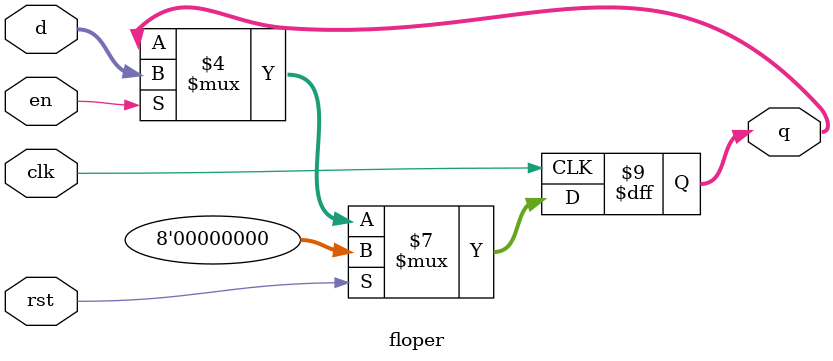
<source format=v>
`timescale 1ns / 1ps

module floper #(parameter WIDTH = 8)
	           (clk, en, rst, d, q);
	
//inputs      
input  clk, en, rst;
input  [WIDTH - 1 : 0] d;
//outputs
output [WIDTH - 1 : 0] q;
	
reg    [WIDTH - 1 : 0] q={WIDTH{1'b0}};	
	
always @(posedge clk)
begin
	if     (rst) q <= {WIDTH{1'b0}};
	else if(en)  q <= d;
	else         q <= q;
end
endmodule

</source>
